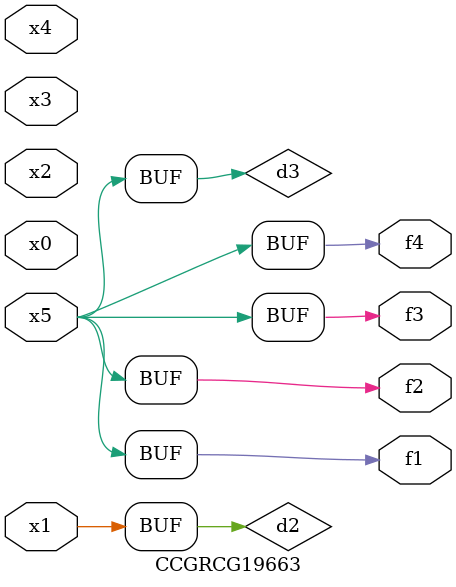
<source format=v>
module CCGRCG19663(
	input x0, x1, x2, x3, x4, x5,
	output f1, f2, f3, f4
);

	wire d1, d2, d3;

	not (d1, x5);
	or (d2, x1);
	xnor (d3, d1);
	assign f1 = d3;
	assign f2 = d3;
	assign f3 = d3;
	assign f4 = d3;
endmodule

</source>
